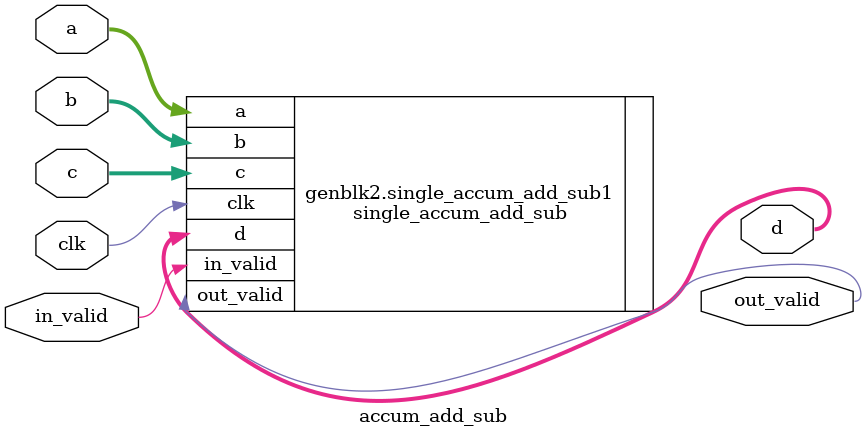
<source format=sv>
`timescale 1ns / 1ps


module accum_add_sub
#(parameter BITS = 32, PRECISION ="SINGLE")
(
input clk,
input in_valid,
input [BITS-1:0] a,
input [BITS-1:0] b,
input [BITS-1:0] c,
output out_valid,
output [BITS-1:0] d
);

if (PRECISION == "INT8")
int8_accum_add_sub int8_accum_add_sub1
(
.clk,
.in_valid,
.a,
.b,
.c,
.out_valid,
.d
);

if (PRECISION == "SINGLE")
single_accum_add_sub single_accum_add_sub1
(
.clk,
.in_valid,
.a,
.b,
.c,
.out_valid,
.d
);

if (PRECISION == "COMPLEX_SINGLE")
complex_single_accum_add_sub complex_single_accum_add_sub1
(
.clk,
.in_valid,
.a,
.b,
.c,
.out_valid,
.d
);

endmodule

</source>
